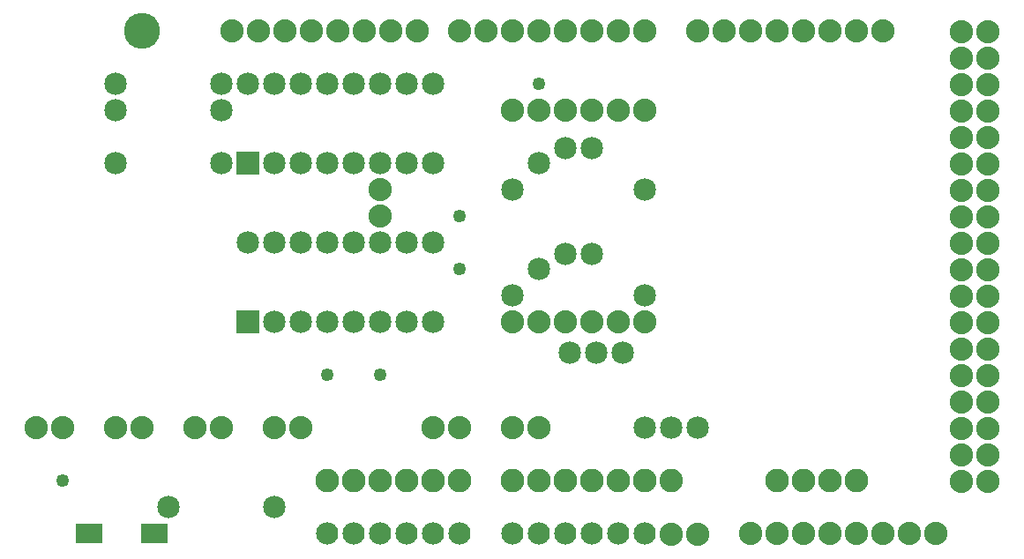
<source format=gts>
G04 MADE WITH FRITZING*
G04 WWW.FRITZING.ORG*
G04 DOUBLE SIDED*
G04 HOLES PLATED*
G04 CONTOUR ON CENTER OF CONTOUR VECTOR*
%ASAXBY*%
%FSLAX23Y23*%
%MOIN*%
%OFA0B0*%
%SFA1.0B1.0*%
%ADD10C,0.049370*%
%ADD11C,0.088740*%
%ADD12C,0.085000*%
%ADD13C,0.088000*%
%ADD14C,0.089370*%
%ADD15C,0.084000*%
%ADD16C,0.135984*%
%ADD17R,0.085000X0.085000*%
%ADD18R,0.100551X0.072992*%
%LNMASK1*%
G90*
G70*
G54D10*
X301Y417D03*
X2101Y1917D03*
G54D11*
X2601Y417D03*
G54D12*
X2701Y617D03*
X2418Y900D03*
G54D13*
X2600Y216D03*
X2700Y216D03*
G54D14*
X1301Y417D03*
X1401Y417D03*
X1501Y417D03*
X1601Y417D03*
X1701Y417D03*
X1801Y417D03*
X2401Y417D03*
X2301Y417D03*
X2201Y417D03*
X2001Y417D03*
X3301Y417D03*
X3201Y417D03*
X3101Y417D03*
X3001Y417D03*
X2101Y417D03*
X2501Y417D03*
G54D15*
X1301Y217D03*
X1401Y217D03*
X1501Y217D03*
X1601Y217D03*
X1701Y217D03*
X1801Y217D03*
X1301Y217D03*
X1401Y217D03*
X1501Y217D03*
X1601Y217D03*
X1701Y217D03*
X1801Y217D03*
X2001Y217D03*
X2101Y217D03*
X2201Y217D03*
X2301Y217D03*
X2401Y217D03*
X2501Y217D03*
X2001Y217D03*
X2101Y217D03*
X2201Y217D03*
X2301Y217D03*
X2401Y217D03*
X2501Y217D03*
G54D13*
X2001Y617D03*
X2101Y617D03*
X1701Y617D03*
X1801Y617D03*
X1101Y617D03*
X1201Y617D03*
X1501Y1417D03*
X1501Y1517D03*
X801Y617D03*
X901Y617D03*
X501Y617D03*
X601Y617D03*
X201Y617D03*
X301Y617D03*
X2001Y1017D03*
X2101Y1017D03*
X2201Y1017D03*
X2301Y1017D03*
X2401Y1017D03*
X2501Y1017D03*
G54D10*
X1801Y1217D03*
X1801Y1417D03*
G54D13*
X2901Y217D03*
X3001Y217D03*
X3101Y217D03*
X3201Y217D03*
X3301Y217D03*
X3401Y217D03*
X3501Y217D03*
X3601Y217D03*
X2701Y2117D03*
X2801Y2117D03*
X2901Y2117D03*
X3001Y2117D03*
X3101Y2117D03*
X3201Y2117D03*
X3301Y2117D03*
X3401Y2117D03*
X1801Y2117D03*
X1901Y2117D03*
X2001Y2117D03*
X2101Y2117D03*
X2201Y2117D03*
X2301Y2117D03*
X2401Y2117D03*
X2501Y2117D03*
X942Y2117D03*
X1042Y2117D03*
X1142Y2117D03*
X1242Y2117D03*
X1342Y2117D03*
X1442Y2117D03*
X1542Y2117D03*
X1642Y2117D03*
G54D10*
X1301Y817D03*
X1501Y817D03*
G54D13*
X2001Y1817D03*
X2101Y1817D03*
X2201Y1817D03*
X2301Y1817D03*
X2401Y1817D03*
X2501Y1817D03*
G54D12*
X1001Y1017D03*
X1001Y1317D03*
X1101Y1017D03*
X1101Y1317D03*
X1201Y1017D03*
X1201Y1317D03*
X1301Y1017D03*
X1301Y1317D03*
X1401Y1017D03*
X1401Y1317D03*
X1501Y1017D03*
X1501Y1317D03*
X1601Y1017D03*
X1601Y1317D03*
X1701Y1017D03*
X1701Y1317D03*
X1001Y1617D03*
X1001Y1917D03*
X1101Y1617D03*
X1101Y1917D03*
X1201Y1617D03*
X1201Y1917D03*
X1301Y1617D03*
X1301Y1917D03*
X1401Y1617D03*
X1401Y1917D03*
X1501Y1617D03*
X1501Y1917D03*
X1601Y1617D03*
X1601Y1917D03*
X1701Y1617D03*
X1701Y1917D03*
X2501Y1117D03*
X2501Y1517D03*
X2301Y1276D03*
X2301Y1676D03*
X701Y317D03*
X1101Y317D03*
X2501Y617D03*
X2218Y900D03*
X2601Y617D03*
X2318Y900D03*
X2101Y1217D03*
X2101Y1617D03*
X2001Y1117D03*
X2001Y1517D03*
X2201Y1276D03*
X2201Y1676D03*
X501Y1617D03*
X901Y1617D03*
X501Y1917D03*
X901Y1917D03*
X501Y1817D03*
X901Y1817D03*
G54D16*
X601Y2117D03*
G54D13*
X3699Y2115D03*
X3699Y2015D03*
X3699Y1915D03*
X3699Y1815D03*
X3699Y1715D03*
X3699Y1615D03*
X3699Y1515D03*
X3699Y1415D03*
X3699Y1315D03*
X3699Y1215D03*
X3699Y1115D03*
X3699Y1015D03*
X3699Y915D03*
X3699Y815D03*
X3699Y715D03*
X3699Y615D03*
X3699Y515D03*
X3699Y415D03*
X3699Y2115D03*
X3699Y2015D03*
X3699Y1915D03*
X3699Y1815D03*
X3699Y1715D03*
X3699Y1615D03*
X3699Y1515D03*
X3699Y1415D03*
X3699Y1315D03*
X3699Y1215D03*
X3699Y1115D03*
X3699Y1015D03*
X3699Y915D03*
X3699Y815D03*
X3699Y715D03*
X3699Y615D03*
X3699Y515D03*
X3699Y415D03*
X3799Y415D03*
X3799Y515D03*
X3799Y615D03*
X3799Y715D03*
X3799Y815D03*
X3799Y915D03*
X3799Y1015D03*
X3799Y1115D03*
X3799Y1215D03*
X3799Y1315D03*
X3799Y1415D03*
X3799Y1515D03*
X3799Y1615D03*
X3799Y1715D03*
X3799Y1815D03*
X3799Y1915D03*
X3799Y2015D03*
X3799Y2115D03*
G54D17*
X1001Y1017D03*
X1001Y1617D03*
G54D18*
X401Y217D03*
X649Y217D03*
G04 End of Mask1*
M02*
</source>
